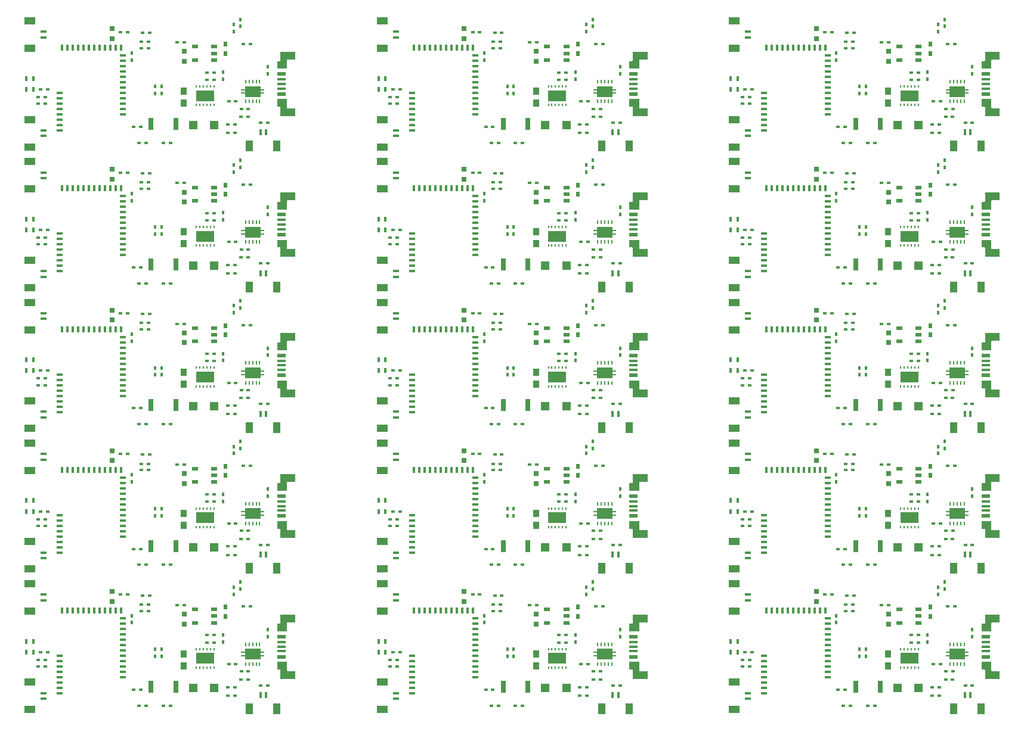
<source format=gtp>
G04*
G04 #@! TF.GenerationSoftware,Altium Limited,Altium Designer,19.0.14 (431)*
G04*
G04 Layer_Color=8421504*
%FSLAX44Y44*%
%MOMM*%
G71*
G01*
G75*
%ADD58R,0.4000X0.5000*%
%ADD59R,0.8000X1.7000*%
%ADD60R,0.5000X0.4000*%
%ADD61R,0.8000X0.7000*%
%ADD62R,2.6000X1.6000*%
%ADD63R,0.1500X0.4500*%
%ADD64R,0.4000X0.6500*%
%ADD65R,0.5500X0.5500*%
%ADD66R,1.2500X0.3000*%
%ADD67R,1.2500X0.5500*%
%ADD68R,1.1000X1.6000*%
%ADD69R,0.4000X0.9000*%
%ADD70R,0.9000X0.1500*%
%ADD71R,2.3000X1.5500*%
%ADD72R,0.1500X0.5000*%
%ADD73R,0.6000X0.8000*%
%ADD74R,0.9000X0.5000*%
%ADD75R,0.3100X0.8100*%
%ADD76R,0.8100X0.3100*%
%ADD77R,0.9000X1.0000*%
%ADD78R,1.2000X1.2000*%
%ADD79R,0.9000X0.4000*%
%ADD80R,1.6000X1.1000*%
G36*
X1392461Y934606D02*
X1381464D01*
X1381366Y934597D01*
X1381272Y934568D01*
X1381185Y934521D01*
X1381109Y934459D01*
X1381046Y934383D01*
X1381000Y934296D01*
X1380971Y934202D01*
X1380961Y934104D01*
Y921506D01*
X1366666D01*
Y932501D01*
X1371164D01*
X1371262Y932511D01*
X1371356Y932540D01*
X1371443Y932586D01*
X1371519Y932649D01*
X1371582Y932725D01*
X1371628Y932812D01*
X1371657Y932906D01*
X1371666Y933004D01*
Y945601D01*
X1392461D01*
Y934606D01*
D02*
G37*
G36*
X892461D02*
X881464D01*
X881366Y934597D01*
X881272Y934568D01*
X881185Y934521D01*
X881108Y934459D01*
X881046Y934383D01*
X881000Y934296D01*
X880971Y934202D01*
X880961Y934104D01*
Y921506D01*
X866666D01*
Y932501D01*
X871164D01*
X871262Y932511D01*
X871356Y932540D01*
X871443Y932586D01*
X871519Y932649D01*
X871581Y932725D01*
X871628Y932812D01*
X871656Y932906D01*
X871666Y933004D01*
Y945601D01*
X892461D01*
Y934606D01*
D02*
G37*
G36*
X392461D02*
X381464D01*
X381366Y934597D01*
X381272Y934568D01*
X381185Y934521D01*
X381109Y934459D01*
X381046Y934383D01*
X381000Y934296D01*
X380971Y934202D01*
X380961Y934104D01*
Y921506D01*
X366666D01*
Y932501D01*
X371164D01*
X371262Y932511D01*
X371356Y932540D01*
X371443Y932586D01*
X371519Y932649D01*
X371581Y932725D01*
X371628Y932812D01*
X371657Y932906D01*
X371666Y933004D01*
Y945601D01*
X392461D01*
Y934606D01*
D02*
G37*
G36*
X1380961Y865904D02*
X1380971Y865806D01*
X1381000Y865712D01*
X1381046Y865625D01*
X1381109Y865548D01*
X1381185Y865486D01*
X1381272Y865440D01*
X1381366Y865411D01*
X1381464Y865401D01*
X1392461Y865401D01*
Y854406D01*
X1371666Y854406D01*
Y867004D01*
X1371657Y867102D01*
X1371628Y867196D01*
X1371582Y867283D01*
X1371519Y867359D01*
X1371443Y867421D01*
X1371356Y867468D01*
X1371262Y867497D01*
X1371164Y867506D01*
X1366666D01*
Y878501D01*
X1380961D01*
Y865904D01*
D02*
G37*
G36*
X880961D02*
X880971Y865806D01*
X881000Y865712D01*
X881046Y865625D01*
X881108Y865548D01*
X881185Y865486D01*
X881272Y865440D01*
X881366Y865411D01*
X881464Y865401D01*
X892461Y865401D01*
Y854406D01*
X871666Y854406D01*
Y867004D01*
X871656Y867102D01*
X871628Y867196D01*
X871581Y867283D01*
X871519Y867359D01*
X871443Y867421D01*
X871356Y867468D01*
X871262Y867497D01*
X871164Y867506D01*
X866666D01*
Y878501D01*
X880961D01*
Y865904D01*
D02*
G37*
G36*
X380961D02*
X380971Y865806D01*
X381000Y865712D01*
X381046Y865625D01*
X381109Y865548D01*
X381185Y865486D01*
X381272Y865440D01*
X381366Y865411D01*
X381464Y865401D01*
X392461Y865401D01*
Y854406D01*
X371666Y854406D01*
Y867004D01*
X371657Y867102D01*
X371628Y867196D01*
X371581Y867283D01*
X371519Y867359D01*
X371443Y867421D01*
X371356Y867468D01*
X371262Y867497D01*
X371164Y867506D01*
X366666D01*
Y878501D01*
X380961D01*
Y865904D01*
D02*
G37*
G36*
X1392461Y734606D02*
X1381464D01*
X1381366Y734597D01*
X1381272Y734568D01*
X1381185Y734521D01*
X1381109Y734459D01*
X1381046Y734383D01*
X1381000Y734296D01*
X1380971Y734202D01*
X1380961Y734104D01*
Y721506D01*
X1366666D01*
Y732501D01*
X1371164D01*
X1371262Y732511D01*
X1371356Y732540D01*
X1371443Y732586D01*
X1371519Y732648D01*
X1371582Y732725D01*
X1371628Y732812D01*
X1371657Y732906D01*
X1371666Y733004D01*
Y745601D01*
X1392461D01*
Y734606D01*
D02*
G37*
G36*
X892461D02*
X881464D01*
X881366Y734597D01*
X881272Y734568D01*
X881185Y734521D01*
X881108Y734459D01*
X881046Y734383D01*
X881000Y734296D01*
X880971Y734202D01*
X880961Y734104D01*
Y721506D01*
X866666D01*
Y732501D01*
X871164D01*
X871262Y732511D01*
X871356Y732540D01*
X871443Y732586D01*
X871519Y732648D01*
X871581Y732725D01*
X871628Y732812D01*
X871656Y732906D01*
X871666Y733004D01*
Y745601D01*
X892461D01*
Y734606D01*
D02*
G37*
G36*
X392461D02*
X381464D01*
X381366Y734597D01*
X381272Y734568D01*
X381185Y734521D01*
X381109Y734459D01*
X381046Y734383D01*
X381000Y734296D01*
X380971Y734202D01*
X380961Y734104D01*
Y721506D01*
X366666D01*
Y732501D01*
X371164D01*
X371262Y732511D01*
X371356Y732540D01*
X371443Y732586D01*
X371519Y732648D01*
X371581Y732725D01*
X371628Y732812D01*
X371657Y732906D01*
X371666Y733004D01*
Y745601D01*
X392461D01*
Y734606D01*
D02*
G37*
G36*
X1380961Y665904D02*
X1380971Y665806D01*
X1381000Y665712D01*
X1381046Y665625D01*
X1381109Y665548D01*
X1381185Y665486D01*
X1381272Y665440D01*
X1381366Y665411D01*
X1381464Y665401D01*
X1392461Y665401D01*
Y654406D01*
X1371666Y654406D01*
Y667004D01*
X1371657Y667102D01*
X1371628Y667196D01*
X1371582Y667283D01*
X1371519Y667359D01*
X1371443Y667421D01*
X1371356Y667468D01*
X1371262Y667497D01*
X1371164Y667506D01*
X1366666D01*
Y678501D01*
X1380961D01*
Y665904D01*
D02*
G37*
G36*
X880961D02*
X880971Y665806D01*
X881000Y665712D01*
X881046Y665625D01*
X881108Y665548D01*
X881185Y665486D01*
X881272Y665440D01*
X881366Y665411D01*
X881464Y665401D01*
X892461Y665401D01*
Y654406D01*
X871666Y654406D01*
Y667004D01*
X871656Y667102D01*
X871628Y667196D01*
X871581Y667283D01*
X871519Y667359D01*
X871443Y667421D01*
X871356Y667468D01*
X871262Y667497D01*
X871164Y667506D01*
X866666D01*
Y678501D01*
X880961D01*
Y665904D01*
D02*
G37*
G36*
X380961D02*
X380971Y665806D01*
X381000Y665712D01*
X381046Y665625D01*
X381109Y665548D01*
X381185Y665486D01*
X381272Y665440D01*
X381366Y665411D01*
X381464Y665401D01*
X392461Y665401D01*
Y654406D01*
X371666Y654406D01*
Y667004D01*
X371657Y667102D01*
X371628Y667196D01*
X371581Y667283D01*
X371519Y667359D01*
X371443Y667421D01*
X371356Y667468D01*
X371262Y667497D01*
X371164Y667506D01*
X366666D01*
Y678501D01*
X380961D01*
Y665904D01*
D02*
G37*
G36*
X1392461Y534606D02*
X1381464D01*
X1381366Y534597D01*
X1381272Y534568D01*
X1381185Y534521D01*
X1381109Y534459D01*
X1381046Y534383D01*
X1381000Y534296D01*
X1380971Y534202D01*
X1380961Y534104D01*
Y521506D01*
X1366666D01*
Y532501D01*
X1371164D01*
X1371262Y532511D01*
X1371356Y532540D01*
X1371443Y532586D01*
X1371519Y532649D01*
X1371582Y532725D01*
X1371628Y532812D01*
X1371657Y532906D01*
X1371666Y533004D01*
Y545601D01*
X1392461D01*
Y534606D01*
D02*
G37*
G36*
X892461D02*
X881464D01*
X881366Y534597D01*
X881272Y534568D01*
X881185Y534521D01*
X881108Y534459D01*
X881046Y534383D01*
X881000Y534296D01*
X880971Y534202D01*
X880961Y534104D01*
Y521506D01*
X866666D01*
Y532501D01*
X871164D01*
X871262Y532511D01*
X871356Y532540D01*
X871443Y532586D01*
X871519Y532649D01*
X871581Y532725D01*
X871628Y532812D01*
X871656Y532906D01*
X871666Y533004D01*
Y545601D01*
X892461D01*
Y534606D01*
D02*
G37*
G36*
X392461D02*
X381464D01*
X381366Y534597D01*
X381272Y534568D01*
X381185Y534521D01*
X381109Y534459D01*
X381046Y534383D01*
X381000Y534296D01*
X380971Y534202D01*
X380961Y534104D01*
Y521506D01*
X366666D01*
Y532501D01*
X371164D01*
X371262Y532511D01*
X371356Y532540D01*
X371443Y532586D01*
X371519Y532649D01*
X371581Y532725D01*
X371628Y532812D01*
X371657Y532906D01*
X371666Y533004D01*
Y545601D01*
X392461D01*
Y534606D01*
D02*
G37*
G36*
X1380961Y465904D02*
X1380971Y465806D01*
X1381000Y465712D01*
X1381046Y465625D01*
X1381109Y465549D01*
X1381185Y465486D01*
X1381272Y465440D01*
X1381366Y465411D01*
X1381464Y465401D01*
X1392461Y465401D01*
Y454406D01*
X1371666Y454406D01*
Y467004D01*
X1371657Y467102D01*
X1371628Y467196D01*
X1371582Y467283D01*
X1371519Y467359D01*
X1371443Y467421D01*
X1371356Y467468D01*
X1371262Y467497D01*
X1371164Y467506D01*
X1366666D01*
Y478501D01*
X1380961D01*
Y465904D01*
D02*
G37*
G36*
X880961D02*
X880971Y465806D01*
X881000Y465712D01*
X881046Y465625D01*
X881108Y465549D01*
X881185Y465486D01*
X881272Y465440D01*
X881366Y465411D01*
X881464Y465401D01*
X892461Y465401D01*
Y454406D01*
X871666Y454406D01*
Y467004D01*
X871656Y467102D01*
X871628Y467196D01*
X871581Y467283D01*
X871519Y467359D01*
X871443Y467421D01*
X871356Y467468D01*
X871262Y467497D01*
X871164Y467506D01*
X866666D01*
Y478501D01*
X880961D01*
Y465904D01*
D02*
G37*
G36*
X380961D02*
X380971Y465806D01*
X381000Y465712D01*
X381046Y465625D01*
X381109Y465549D01*
X381185Y465486D01*
X381272Y465440D01*
X381366Y465411D01*
X381464Y465401D01*
X392461Y465401D01*
Y454406D01*
X371666Y454406D01*
Y467004D01*
X371657Y467102D01*
X371628Y467196D01*
X371581Y467283D01*
X371519Y467359D01*
X371443Y467421D01*
X371356Y467468D01*
X371262Y467497D01*
X371164Y467506D01*
X366666D01*
Y478501D01*
X380961D01*
Y465904D01*
D02*
G37*
G36*
X1392461Y334606D02*
X1381464D01*
X1381366Y334597D01*
X1381272Y334568D01*
X1381185Y334521D01*
X1381109Y334459D01*
X1381046Y334383D01*
X1381000Y334296D01*
X1380971Y334202D01*
X1380961Y334104D01*
Y321506D01*
X1366666D01*
Y332501D01*
X1371164D01*
X1371262Y332511D01*
X1371356Y332540D01*
X1371443Y332586D01*
X1371519Y332649D01*
X1371582Y332725D01*
X1371628Y332812D01*
X1371657Y332906D01*
X1371666Y333004D01*
Y345601D01*
X1392461D01*
Y334606D01*
D02*
G37*
G36*
X892461D02*
X881464D01*
X881366Y334597D01*
X881272Y334568D01*
X881185Y334521D01*
X881108Y334459D01*
X881046Y334383D01*
X881000Y334296D01*
X880971Y334202D01*
X880961Y334104D01*
Y321506D01*
X866666D01*
Y332501D01*
X871164D01*
X871262Y332511D01*
X871356Y332540D01*
X871443Y332586D01*
X871519Y332649D01*
X871581Y332725D01*
X871628Y332812D01*
X871656Y332906D01*
X871666Y333004D01*
Y345601D01*
X892461D01*
Y334606D01*
D02*
G37*
G36*
X392461D02*
X381464D01*
X381366Y334597D01*
X381272Y334568D01*
X381185Y334521D01*
X381109Y334459D01*
X381046Y334383D01*
X381000Y334296D01*
X380971Y334202D01*
X380961Y334104D01*
Y321506D01*
X366666D01*
Y332501D01*
X371164D01*
X371262Y332511D01*
X371356Y332540D01*
X371443Y332586D01*
X371519Y332649D01*
X371581Y332725D01*
X371628Y332812D01*
X371657Y332906D01*
X371666Y333004D01*
Y345601D01*
X392461D01*
Y334606D01*
D02*
G37*
G36*
X1380961Y265904D02*
X1380971Y265806D01*
X1381000Y265711D01*
X1381046Y265625D01*
X1381109Y265548D01*
X1381185Y265486D01*
X1381272Y265440D01*
X1381366Y265411D01*
X1381464Y265401D01*
X1392461Y265401D01*
Y254406D01*
X1371666Y254406D01*
Y267004D01*
X1371657Y267102D01*
X1371628Y267196D01*
X1371582Y267283D01*
X1371519Y267359D01*
X1371443Y267421D01*
X1371356Y267468D01*
X1371262Y267496D01*
X1371164Y267506D01*
X1366666D01*
Y278501D01*
X1380961D01*
Y265904D01*
D02*
G37*
G36*
X880961D02*
X880971Y265806D01*
X881000Y265711D01*
X881046Y265625D01*
X881108Y265548D01*
X881185Y265486D01*
X881272Y265440D01*
X881366Y265411D01*
X881464Y265401D01*
X892461Y265401D01*
Y254406D01*
X871666Y254406D01*
Y267004D01*
X871656Y267102D01*
X871628Y267196D01*
X871581Y267283D01*
X871519Y267359D01*
X871443Y267421D01*
X871356Y267468D01*
X871262Y267496D01*
X871164Y267506D01*
X866666D01*
Y278501D01*
X880961D01*
Y265904D01*
D02*
G37*
G36*
X380961D02*
X380971Y265806D01*
X381000Y265711D01*
X381046Y265625D01*
X381109Y265548D01*
X381185Y265486D01*
X381272Y265440D01*
X381366Y265411D01*
X381464Y265401D01*
X392461Y265401D01*
Y254406D01*
X371666Y254406D01*
Y267004D01*
X371657Y267102D01*
X371628Y267196D01*
X371581Y267283D01*
X371519Y267359D01*
X371443Y267421D01*
X371356Y267468D01*
X371262Y267496D01*
X371164Y267506D01*
X366666D01*
Y278501D01*
X380961D01*
Y265904D01*
D02*
G37*
G36*
X1392461Y134606D02*
X1381464D01*
X1381366Y134597D01*
X1381272Y134568D01*
X1381185Y134522D01*
X1381109Y134459D01*
X1381046Y134383D01*
X1381000Y134296D01*
X1380971Y134202D01*
X1380961Y134104D01*
Y121506D01*
X1366666D01*
Y132501D01*
X1371164D01*
X1371262Y132511D01*
X1371356Y132540D01*
X1371443Y132586D01*
X1371519Y132648D01*
X1371582Y132725D01*
X1371628Y132811D01*
X1371657Y132906D01*
X1371666Y133004D01*
Y145601D01*
X1392461D01*
Y134606D01*
D02*
G37*
G36*
X892461D02*
X881464D01*
X881366Y134597D01*
X881272Y134568D01*
X881185Y134522D01*
X881108Y134459D01*
X881046Y134383D01*
X881000Y134296D01*
X880971Y134202D01*
X880961Y134104D01*
Y121506D01*
X866666D01*
Y132501D01*
X871164D01*
X871262Y132511D01*
X871356Y132540D01*
X871443Y132586D01*
X871519Y132648D01*
X871581Y132725D01*
X871628Y132811D01*
X871656Y132906D01*
X871666Y133004D01*
Y145601D01*
X892461D01*
Y134606D01*
D02*
G37*
G36*
X392461D02*
X381464D01*
X381366Y134597D01*
X381272Y134568D01*
X381185Y134522D01*
X381109Y134459D01*
X381046Y134383D01*
X381000Y134296D01*
X380971Y134202D01*
X380961Y134104D01*
Y121506D01*
X366666D01*
Y132501D01*
X371164D01*
X371262Y132511D01*
X371356Y132540D01*
X371443Y132586D01*
X371519Y132648D01*
X371581Y132725D01*
X371628Y132811D01*
X371657Y132906D01*
X371666Y133004D01*
Y145601D01*
X392461D01*
Y134606D01*
D02*
G37*
G36*
X1380961Y65904D02*
X1380971Y65806D01*
X1381000Y65711D01*
X1381046Y65625D01*
X1381109Y65549D01*
X1381185Y65486D01*
X1381272Y65440D01*
X1381366Y65411D01*
X1381464Y65401D01*
X1392461Y65401D01*
Y54406D01*
X1371666Y54406D01*
Y67004D01*
X1371657Y67102D01*
X1371628Y67196D01*
X1371582Y67283D01*
X1371519Y67359D01*
X1371443Y67421D01*
X1371356Y67468D01*
X1371262Y67497D01*
X1371164Y67506D01*
X1366666D01*
Y78501D01*
X1380961D01*
Y65904D01*
D02*
G37*
G36*
X880961D02*
X880971Y65806D01*
X881000Y65711D01*
X881046Y65625D01*
X881108Y65549D01*
X881185Y65486D01*
X881272Y65440D01*
X881366Y65411D01*
X881464Y65401D01*
X892461Y65401D01*
Y54406D01*
X871666Y54406D01*
Y67004D01*
X871656Y67102D01*
X871628Y67196D01*
X871581Y67283D01*
X871519Y67359D01*
X871443Y67421D01*
X871356Y67468D01*
X871262Y67497D01*
X871164Y67506D01*
X866666D01*
Y78501D01*
X880961D01*
Y65904D01*
D02*
G37*
G36*
X380961D02*
X380971Y65806D01*
X381000Y65711D01*
X381046Y65625D01*
X381109Y65549D01*
X381185Y65486D01*
X381272Y65440D01*
X381366Y65411D01*
X381464Y65401D01*
X392461Y65401D01*
Y54406D01*
X371666Y54406D01*
Y67004D01*
X371657Y67102D01*
X371628Y67196D01*
X371581Y67283D01*
X371519Y67359D01*
X371443Y67421D01*
X371356Y67468D01*
X371262Y67497D01*
X371164Y67506D01*
X366666D01*
Y78501D01*
X380961D01*
Y65904D01*
D02*
G37*
D58*
X1314721Y181694D02*
D03*
Y191694D02*
D03*
X1305554Y184674D02*
D03*
Y174674D02*
D03*
X1193794Y96444D02*
D03*
Y86444D02*
D03*
X1202604Y96444D02*
D03*
Y86444D02*
D03*
X1160814Y144113D02*
D03*
Y134113D02*
D03*
X1353814Y114384D02*
D03*
Y124384D02*
D03*
X1290314Y106764D02*
D03*
Y116764D02*
D03*
X1314721Y381694D02*
D03*
Y391694D02*
D03*
X1305554Y384674D02*
D03*
Y374674D02*
D03*
X1193794Y296444D02*
D03*
Y286444D02*
D03*
X1202604Y296444D02*
D03*
Y286444D02*
D03*
X1160814Y344113D02*
D03*
Y334113D02*
D03*
X1353814Y314384D02*
D03*
Y324384D02*
D03*
X1290314Y306764D02*
D03*
Y316764D02*
D03*
X1314721Y581694D02*
D03*
Y591694D02*
D03*
X1305554Y584674D02*
D03*
Y574674D02*
D03*
X1193794Y496444D02*
D03*
Y486444D02*
D03*
X1202604Y496444D02*
D03*
Y486444D02*
D03*
X1160814Y544113D02*
D03*
Y534113D02*
D03*
X1353814Y514384D02*
D03*
Y524384D02*
D03*
X1290314Y506764D02*
D03*
Y516764D02*
D03*
X1314721Y781694D02*
D03*
Y791694D02*
D03*
X1305554Y784674D02*
D03*
Y774674D02*
D03*
X1193794Y696444D02*
D03*
Y686444D02*
D03*
X1202604Y696444D02*
D03*
Y686444D02*
D03*
X1160814Y744113D02*
D03*
Y734113D02*
D03*
X1353814Y714384D02*
D03*
Y724384D02*
D03*
X1290314Y706764D02*
D03*
Y716764D02*
D03*
X1314721Y981694D02*
D03*
Y991694D02*
D03*
X1305554Y984674D02*
D03*
Y974674D02*
D03*
X1193794Y896444D02*
D03*
Y886444D02*
D03*
X1202604Y896444D02*
D03*
Y886444D02*
D03*
X1160814Y944113D02*
D03*
Y934113D02*
D03*
X1353814Y914384D02*
D03*
Y924384D02*
D03*
X1290314Y906764D02*
D03*
Y916764D02*
D03*
X814721Y181694D02*
D03*
Y191694D02*
D03*
X805554Y184674D02*
D03*
Y174674D02*
D03*
X693794Y96444D02*
D03*
Y86444D02*
D03*
X702604Y96444D02*
D03*
Y86444D02*
D03*
X660814Y144113D02*
D03*
Y134113D02*
D03*
X853814Y114384D02*
D03*
Y124384D02*
D03*
X790314Y106764D02*
D03*
Y116764D02*
D03*
X814721Y381694D02*
D03*
Y391694D02*
D03*
X805554Y384674D02*
D03*
Y374674D02*
D03*
X693794Y296444D02*
D03*
Y286444D02*
D03*
X702604Y296444D02*
D03*
Y286444D02*
D03*
X660814Y344113D02*
D03*
Y334113D02*
D03*
X853814Y314384D02*
D03*
Y324384D02*
D03*
X790314Y306764D02*
D03*
Y316764D02*
D03*
X814721Y581694D02*
D03*
Y591694D02*
D03*
X805554Y584674D02*
D03*
Y574674D02*
D03*
X693794Y496444D02*
D03*
Y486444D02*
D03*
X702604Y496444D02*
D03*
Y486444D02*
D03*
X660814Y544113D02*
D03*
Y534113D02*
D03*
X853814Y514384D02*
D03*
Y524384D02*
D03*
X790314Y506764D02*
D03*
Y516764D02*
D03*
X814721Y781694D02*
D03*
Y791694D02*
D03*
X805554Y784674D02*
D03*
Y774674D02*
D03*
X693794Y696444D02*
D03*
Y686444D02*
D03*
X702604Y696444D02*
D03*
Y686444D02*
D03*
X660814Y744113D02*
D03*
Y734113D02*
D03*
X853814Y714384D02*
D03*
Y724384D02*
D03*
X790314Y706764D02*
D03*
Y716764D02*
D03*
X814721Y981694D02*
D03*
Y991694D02*
D03*
X805554Y984674D02*
D03*
Y974674D02*
D03*
X693794Y896444D02*
D03*
Y886444D02*
D03*
X702604Y896444D02*
D03*
Y886444D02*
D03*
X660814Y944113D02*
D03*
Y934113D02*
D03*
X853814Y914384D02*
D03*
Y924384D02*
D03*
X790314Y906764D02*
D03*
Y916764D02*
D03*
X314721Y181694D02*
D03*
Y191694D02*
D03*
X305554Y184674D02*
D03*
Y174674D02*
D03*
X193794Y96444D02*
D03*
Y86444D02*
D03*
X202604Y96444D02*
D03*
Y86444D02*
D03*
X160814Y144113D02*
D03*
Y134113D02*
D03*
X353814Y114384D02*
D03*
Y124384D02*
D03*
X290314Y106764D02*
D03*
Y116764D02*
D03*
X314721Y381694D02*
D03*
Y391694D02*
D03*
X305554Y384674D02*
D03*
Y374674D02*
D03*
X193794Y296444D02*
D03*
Y286444D02*
D03*
X202604Y296444D02*
D03*
Y286444D02*
D03*
X160814Y344113D02*
D03*
Y334113D02*
D03*
X353814Y314384D02*
D03*
Y324384D02*
D03*
X290314Y306764D02*
D03*
Y316764D02*
D03*
X314721Y581694D02*
D03*
Y591694D02*
D03*
X305554Y584674D02*
D03*
Y574674D02*
D03*
X193794Y496444D02*
D03*
Y486444D02*
D03*
X202604Y496444D02*
D03*
Y486444D02*
D03*
X160814Y544113D02*
D03*
Y534113D02*
D03*
X353814Y514384D02*
D03*
Y524384D02*
D03*
X290314Y506764D02*
D03*
Y516764D02*
D03*
X314721Y781694D02*
D03*
Y791694D02*
D03*
X305554Y784674D02*
D03*
Y774674D02*
D03*
X193794Y696444D02*
D03*
Y686444D02*
D03*
X202604Y696444D02*
D03*
Y686444D02*
D03*
X160814Y744113D02*
D03*
Y734113D02*
D03*
X353814Y714384D02*
D03*
Y724384D02*
D03*
X290314Y706764D02*
D03*
Y716764D02*
D03*
X314721Y981694D02*
D03*
Y991694D02*
D03*
X305554Y984674D02*
D03*
Y974674D02*
D03*
X193794Y896444D02*
D03*
Y886444D02*
D03*
X202604Y896444D02*
D03*
Y886444D02*
D03*
X160814Y944113D02*
D03*
Y934113D02*
D03*
X353814Y914384D02*
D03*
Y924384D02*
D03*
X290314Y906764D02*
D03*
Y916764D02*
D03*
D59*
X1223004Y43184D02*
D03*
X1188004D02*
D03*
X1223004Y243184D02*
D03*
X1188004D02*
D03*
X1223004Y443184D02*
D03*
X1188004D02*
D03*
X1223004Y643184D02*
D03*
X1188004D02*
D03*
X1223004Y843184D02*
D03*
X1188004D02*
D03*
X723004Y43184D02*
D03*
X688004D02*
D03*
X723004Y243184D02*
D03*
X688004D02*
D03*
X723004Y443184D02*
D03*
X688004D02*
D03*
X723004Y643184D02*
D03*
X688004D02*
D03*
X723004Y843184D02*
D03*
X688004D02*
D03*
X223004Y43184D02*
D03*
X188004D02*
D03*
X223004Y243184D02*
D03*
X188004D02*
D03*
X223004Y443184D02*
D03*
X188004D02*
D03*
X223004Y643184D02*
D03*
X188004D02*
D03*
X223004Y843184D02*
D03*
X188004D02*
D03*
D60*
X1154484Y173994D02*
D03*
X1144484D02*
D03*
X1215304Y16404D02*
D03*
X1205304D02*
D03*
X1170854D02*
D03*
X1180854D02*
D03*
X1027424Y81284D02*
D03*
X1037424D02*
D03*
X1027424Y71804D02*
D03*
X1037424D02*
D03*
X1296744Y42503D02*
D03*
X1306744D02*
D03*
X1296736Y30534D02*
D03*
X1306736D02*
D03*
X1315794Y53344D02*
D03*
X1325794D02*
D03*
X1325964Y64774D02*
D03*
X1315964D02*
D03*
X1266944Y116384D02*
D03*
X1276944D02*
D03*
X1328964Y157024D02*
D03*
X1318964D02*
D03*
X1175714Y172924D02*
D03*
X1185714D02*
D03*
X1173854Y160024D02*
D03*
X1183854D02*
D03*
X1163014Y39004D02*
D03*
X1173014D02*
D03*
X1173854Y151004D02*
D03*
X1183854D02*
D03*
X1235042Y158963D02*
D03*
X1225042D02*
D03*
X1343734Y45003D02*
D03*
X1353734D02*
D03*
X1031114Y92254D02*
D03*
X1041114D02*
D03*
X1266944Y106003D02*
D03*
X1276944D02*
D03*
X1298195Y75304D02*
D03*
X1308195D02*
D03*
X1154484Y373994D02*
D03*
X1144484D02*
D03*
X1215304Y216404D02*
D03*
X1205304D02*
D03*
X1170854D02*
D03*
X1180854D02*
D03*
X1027424Y281284D02*
D03*
X1037424D02*
D03*
X1027424Y271804D02*
D03*
X1037424D02*
D03*
X1296744Y242503D02*
D03*
X1306744D02*
D03*
X1296736Y230534D02*
D03*
X1306736D02*
D03*
X1315794Y253344D02*
D03*
X1325794D02*
D03*
X1325964Y264774D02*
D03*
X1315964D02*
D03*
X1266944Y316384D02*
D03*
X1276944D02*
D03*
X1328964Y357024D02*
D03*
X1318964D02*
D03*
X1175714Y372924D02*
D03*
X1185714D02*
D03*
X1173854Y360024D02*
D03*
X1183854D02*
D03*
X1163014Y239004D02*
D03*
X1173014D02*
D03*
X1173854Y351004D02*
D03*
X1183854D02*
D03*
X1235042Y358963D02*
D03*
X1225042D02*
D03*
X1343734Y245003D02*
D03*
X1353734D02*
D03*
X1031114Y292254D02*
D03*
X1041114D02*
D03*
X1266944Y306003D02*
D03*
X1276944D02*
D03*
X1298195Y275304D02*
D03*
X1308195D02*
D03*
X1154484Y573994D02*
D03*
X1144484D02*
D03*
X1215304Y416404D02*
D03*
X1205304D02*
D03*
X1170854D02*
D03*
X1180854D02*
D03*
X1027424Y481284D02*
D03*
X1037424D02*
D03*
X1027424Y471804D02*
D03*
X1037424D02*
D03*
X1296744Y442503D02*
D03*
X1306744D02*
D03*
X1296736Y430534D02*
D03*
X1306736D02*
D03*
X1315794Y453344D02*
D03*
X1325794D02*
D03*
X1325964Y464774D02*
D03*
X1315964D02*
D03*
X1266944Y516384D02*
D03*
X1276944D02*
D03*
X1328964Y557024D02*
D03*
X1318964D02*
D03*
X1175714Y572924D02*
D03*
X1185714D02*
D03*
X1173854Y560024D02*
D03*
X1183854D02*
D03*
X1163014Y439004D02*
D03*
X1173014D02*
D03*
X1173854Y551004D02*
D03*
X1183854D02*
D03*
X1235042Y558963D02*
D03*
X1225042D02*
D03*
X1343734Y445003D02*
D03*
X1353734D02*
D03*
X1031114Y492254D02*
D03*
X1041114D02*
D03*
X1266944Y506003D02*
D03*
X1276944D02*
D03*
X1298195Y475304D02*
D03*
X1308195D02*
D03*
X1154484Y773994D02*
D03*
X1144484D02*
D03*
X1215304Y616404D02*
D03*
X1205304D02*
D03*
X1170854D02*
D03*
X1180854D02*
D03*
X1027424Y681284D02*
D03*
X1037424D02*
D03*
X1027424Y671804D02*
D03*
X1037424D02*
D03*
X1296744Y642503D02*
D03*
X1306744D02*
D03*
X1296736Y630534D02*
D03*
X1306736D02*
D03*
X1315794Y653344D02*
D03*
X1325794D02*
D03*
X1325964Y664774D02*
D03*
X1315964D02*
D03*
X1266944Y716384D02*
D03*
X1276944D02*
D03*
X1328964Y757024D02*
D03*
X1318964D02*
D03*
X1175714Y772924D02*
D03*
X1185714D02*
D03*
X1173854Y760024D02*
D03*
X1183854D02*
D03*
X1163014Y639004D02*
D03*
X1173014D02*
D03*
X1173854Y751004D02*
D03*
X1183854D02*
D03*
X1235042Y758963D02*
D03*
X1225042D02*
D03*
X1343734Y645003D02*
D03*
X1353734D02*
D03*
X1031114Y692254D02*
D03*
X1041114D02*
D03*
X1266944Y706003D02*
D03*
X1276944D02*
D03*
X1298195Y675304D02*
D03*
X1308195D02*
D03*
X1154484Y973994D02*
D03*
X1144484D02*
D03*
X1215304Y816404D02*
D03*
X1205304D02*
D03*
X1170854D02*
D03*
X1180854D02*
D03*
X1027424Y881284D02*
D03*
X1037424D02*
D03*
X1027424Y871804D02*
D03*
X1037424D02*
D03*
X1296744Y842503D02*
D03*
X1306744D02*
D03*
X1296736Y830534D02*
D03*
X1306736D02*
D03*
X1315794Y853344D02*
D03*
X1325794D02*
D03*
X1325964Y864774D02*
D03*
X1315964D02*
D03*
X1266944Y916384D02*
D03*
X1276944D02*
D03*
X1328964Y957024D02*
D03*
X1318964D02*
D03*
X1175714Y972924D02*
D03*
X1185714D02*
D03*
X1173854Y960024D02*
D03*
X1183854D02*
D03*
X1163014Y839004D02*
D03*
X1173014D02*
D03*
X1173854Y951004D02*
D03*
X1183854D02*
D03*
X1235042Y958963D02*
D03*
X1225042D02*
D03*
X1343734Y845003D02*
D03*
X1353734D02*
D03*
X1031114Y892254D02*
D03*
X1041114D02*
D03*
X1266944Y906003D02*
D03*
X1276944D02*
D03*
X1298195Y875304D02*
D03*
X1308195D02*
D03*
X654484Y173994D02*
D03*
X644484D02*
D03*
X715304Y16404D02*
D03*
X705304D02*
D03*
X670854D02*
D03*
X680854D02*
D03*
X527424Y81284D02*
D03*
X537424D02*
D03*
X527424Y71804D02*
D03*
X537424D02*
D03*
X796744Y42503D02*
D03*
X806744D02*
D03*
X796736Y30534D02*
D03*
X806736D02*
D03*
X815794Y53344D02*
D03*
X825794D02*
D03*
X825964Y64774D02*
D03*
X815964D02*
D03*
X766944Y116384D02*
D03*
X776944D02*
D03*
X828964Y157024D02*
D03*
X818964D02*
D03*
X675714Y172924D02*
D03*
X685714D02*
D03*
X673854Y160024D02*
D03*
X683854D02*
D03*
X663014Y39004D02*
D03*
X673014D02*
D03*
X673854Y151004D02*
D03*
X683854D02*
D03*
X735042Y158963D02*
D03*
X725042D02*
D03*
X843734Y45003D02*
D03*
X853734D02*
D03*
X531114Y92254D02*
D03*
X541114D02*
D03*
X766944Y106003D02*
D03*
X776944D02*
D03*
X798195Y75304D02*
D03*
X808195D02*
D03*
X654484Y373994D02*
D03*
X644484D02*
D03*
X715304Y216404D02*
D03*
X705304D02*
D03*
X670854D02*
D03*
X680854D02*
D03*
X527424Y281284D02*
D03*
X537424D02*
D03*
X527424Y271804D02*
D03*
X537424D02*
D03*
X796744Y242503D02*
D03*
X806744D02*
D03*
X796736Y230534D02*
D03*
X806736D02*
D03*
X815794Y253344D02*
D03*
X825794D02*
D03*
X825964Y264774D02*
D03*
X815964D02*
D03*
X766944Y316384D02*
D03*
X776944D02*
D03*
X828964Y357024D02*
D03*
X818964D02*
D03*
X675714Y372924D02*
D03*
X685714D02*
D03*
X673854Y360024D02*
D03*
X683854D02*
D03*
X663014Y239004D02*
D03*
X673014D02*
D03*
X673854Y351004D02*
D03*
X683854D02*
D03*
X735042Y358963D02*
D03*
X725042D02*
D03*
X843734Y245003D02*
D03*
X853734D02*
D03*
X531114Y292254D02*
D03*
X541114D02*
D03*
X766944Y306003D02*
D03*
X776944D02*
D03*
X798195Y275304D02*
D03*
X808195D02*
D03*
X654484Y573994D02*
D03*
X644484D02*
D03*
X715304Y416404D02*
D03*
X705304D02*
D03*
X670854D02*
D03*
X680854D02*
D03*
X527424Y481284D02*
D03*
X537424D02*
D03*
X527424Y471804D02*
D03*
X537424D02*
D03*
X796744Y442503D02*
D03*
X806744D02*
D03*
X796736Y430534D02*
D03*
X806736D02*
D03*
X815794Y453344D02*
D03*
X825794D02*
D03*
X825964Y464774D02*
D03*
X815964D02*
D03*
X766944Y516384D02*
D03*
X776944D02*
D03*
X828964Y557024D02*
D03*
X818964D02*
D03*
X675714Y572924D02*
D03*
X685714D02*
D03*
X673854Y560024D02*
D03*
X683854D02*
D03*
X663014Y439004D02*
D03*
X673014D02*
D03*
X673854Y551004D02*
D03*
X683854D02*
D03*
X735042Y558963D02*
D03*
X725042D02*
D03*
X843734Y445003D02*
D03*
X853734D02*
D03*
X531114Y492254D02*
D03*
X541114D02*
D03*
X766944Y506003D02*
D03*
X776944D02*
D03*
X798195Y475304D02*
D03*
X808195D02*
D03*
X654484Y773994D02*
D03*
X644484D02*
D03*
X715304Y616404D02*
D03*
X705304D02*
D03*
X670854D02*
D03*
X680854D02*
D03*
X527424Y681284D02*
D03*
X537424D02*
D03*
X527424Y671804D02*
D03*
X537424D02*
D03*
X796744Y642503D02*
D03*
X806744D02*
D03*
X796736Y630534D02*
D03*
X806736D02*
D03*
X815794Y653344D02*
D03*
X825794D02*
D03*
X825964Y664774D02*
D03*
X815964D02*
D03*
X766944Y716384D02*
D03*
X776944D02*
D03*
X828964Y757024D02*
D03*
X818964D02*
D03*
X675714Y772924D02*
D03*
X685714D02*
D03*
X673854Y760024D02*
D03*
X683854D02*
D03*
X663014Y639004D02*
D03*
X673014D02*
D03*
X673854Y751004D02*
D03*
X683854D02*
D03*
X735042Y758963D02*
D03*
X725042D02*
D03*
X843734Y645003D02*
D03*
X853734D02*
D03*
X531114Y692254D02*
D03*
X541114D02*
D03*
X766944Y706003D02*
D03*
X776944D02*
D03*
X798195Y675304D02*
D03*
X808195D02*
D03*
X654484Y973994D02*
D03*
X644484D02*
D03*
X715304Y816404D02*
D03*
X705304D02*
D03*
X670854D02*
D03*
X680854D02*
D03*
X527424Y881284D02*
D03*
X537424D02*
D03*
X527424Y871804D02*
D03*
X537424D02*
D03*
X796744Y842503D02*
D03*
X806744D02*
D03*
X796736Y830534D02*
D03*
X806736D02*
D03*
X815794Y853344D02*
D03*
X825794D02*
D03*
X825964Y864774D02*
D03*
X815964D02*
D03*
X766944Y916384D02*
D03*
X776944D02*
D03*
X828964Y957024D02*
D03*
X818964D02*
D03*
X675714Y972924D02*
D03*
X685714D02*
D03*
X673854Y960024D02*
D03*
X683854D02*
D03*
X663014Y839004D02*
D03*
X673014D02*
D03*
X673854Y951004D02*
D03*
X683854D02*
D03*
X735042Y958963D02*
D03*
X725042D02*
D03*
X843734Y845003D02*
D03*
X853734D02*
D03*
X531114Y892254D02*
D03*
X541114D02*
D03*
X766944Y906003D02*
D03*
X776944D02*
D03*
X798195Y875304D02*
D03*
X808195D02*
D03*
X154484Y173994D02*
D03*
X144484D02*
D03*
X215304Y16404D02*
D03*
X205304D02*
D03*
X170854D02*
D03*
X180854D02*
D03*
X27424Y81284D02*
D03*
X37424D02*
D03*
X27424Y71804D02*
D03*
X37424D02*
D03*
X296744Y42503D02*
D03*
X306744D02*
D03*
X296736Y30534D02*
D03*
X306736D02*
D03*
X315794Y53344D02*
D03*
X325794D02*
D03*
X325964Y64774D02*
D03*
X315964D02*
D03*
X266944Y116384D02*
D03*
X276944D02*
D03*
X328964Y157024D02*
D03*
X318964D02*
D03*
X175714Y172924D02*
D03*
X185714D02*
D03*
X173854Y160024D02*
D03*
X183854D02*
D03*
X163014Y39004D02*
D03*
X173014D02*
D03*
X173854Y151004D02*
D03*
X183854D02*
D03*
X235042Y158963D02*
D03*
X225042D02*
D03*
X343734Y45003D02*
D03*
X353734D02*
D03*
X31114Y92254D02*
D03*
X41114D02*
D03*
X266944Y106003D02*
D03*
X276944D02*
D03*
X298195Y75304D02*
D03*
X308195D02*
D03*
X154484Y373994D02*
D03*
X144484D02*
D03*
X215304Y216404D02*
D03*
X205304D02*
D03*
X170854D02*
D03*
X180854D02*
D03*
X27424Y281284D02*
D03*
X37424D02*
D03*
X27424Y271804D02*
D03*
X37424D02*
D03*
X296744Y242503D02*
D03*
X306744D02*
D03*
X296736Y230534D02*
D03*
X306736D02*
D03*
X315794Y253344D02*
D03*
X325794D02*
D03*
X325964Y264774D02*
D03*
X315964D02*
D03*
X266944Y316384D02*
D03*
X276944D02*
D03*
X328964Y357024D02*
D03*
X318964D02*
D03*
X175714Y372924D02*
D03*
X185714D02*
D03*
X173854Y360024D02*
D03*
X183854D02*
D03*
X163014Y239004D02*
D03*
X173014D02*
D03*
X173854Y351004D02*
D03*
X183854D02*
D03*
X235042Y358963D02*
D03*
X225042D02*
D03*
X343734Y245003D02*
D03*
X353734D02*
D03*
X31114Y292254D02*
D03*
X41114D02*
D03*
X266944Y306003D02*
D03*
X276944D02*
D03*
X298195Y275304D02*
D03*
X308195D02*
D03*
X154484Y573994D02*
D03*
X144484D02*
D03*
X215304Y416404D02*
D03*
X205304D02*
D03*
X170854D02*
D03*
X180854D02*
D03*
X27424Y481284D02*
D03*
X37424D02*
D03*
X27424Y471804D02*
D03*
X37424D02*
D03*
X296744Y442503D02*
D03*
X306744D02*
D03*
X296736Y430534D02*
D03*
X306736D02*
D03*
X315794Y453344D02*
D03*
X325794D02*
D03*
X325964Y464774D02*
D03*
X315964D02*
D03*
X266944Y516384D02*
D03*
X276944D02*
D03*
X328964Y557024D02*
D03*
X318964D02*
D03*
X175714Y572924D02*
D03*
X185714D02*
D03*
X173854Y560024D02*
D03*
X183854D02*
D03*
X163014Y439004D02*
D03*
X173014D02*
D03*
X173854Y551004D02*
D03*
X183854D02*
D03*
X235042Y558963D02*
D03*
X225042D02*
D03*
X343734Y445003D02*
D03*
X353734D02*
D03*
X31114Y492254D02*
D03*
X41114D02*
D03*
X266944Y506003D02*
D03*
X276944D02*
D03*
X298195Y475304D02*
D03*
X308195D02*
D03*
X154484Y773994D02*
D03*
X144484D02*
D03*
X215304Y616404D02*
D03*
X205304D02*
D03*
X170854D02*
D03*
X180854D02*
D03*
X27424Y681284D02*
D03*
X37424D02*
D03*
X27424Y671804D02*
D03*
X37424D02*
D03*
X296744Y642503D02*
D03*
X306744D02*
D03*
X296736Y630534D02*
D03*
X306736D02*
D03*
X315794Y653344D02*
D03*
X325794D02*
D03*
X325964Y664774D02*
D03*
X315964D02*
D03*
X266944Y716384D02*
D03*
X276944D02*
D03*
X328964Y757024D02*
D03*
X318964D02*
D03*
X175714Y772924D02*
D03*
X185714D02*
D03*
X173854Y760024D02*
D03*
X183854D02*
D03*
X163014Y639004D02*
D03*
X173014D02*
D03*
X173854Y751004D02*
D03*
X183854D02*
D03*
X235042Y758963D02*
D03*
X225042D02*
D03*
X343734Y645003D02*
D03*
X353734D02*
D03*
X31114Y692254D02*
D03*
X41114D02*
D03*
X266944Y706003D02*
D03*
X276944D02*
D03*
X298195Y675304D02*
D03*
X308195D02*
D03*
X154484Y973994D02*
D03*
X144484D02*
D03*
X215304Y816404D02*
D03*
X205304D02*
D03*
X170854D02*
D03*
X180854D02*
D03*
X27424Y881284D02*
D03*
X37424D02*
D03*
X27424Y871804D02*
D03*
X37424D02*
D03*
X296744Y842503D02*
D03*
X306744D02*
D03*
X296736Y830534D02*
D03*
X306736D02*
D03*
X315794Y853344D02*
D03*
X325794D02*
D03*
X325964Y864774D02*
D03*
X315964D02*
D03*
X266944Y916384D02*
D03*
X276944D02*
D03*
X328964Y957024D02*
D03*
X318964D02*
D03*
X175714Y972924D02*
D03*
X185714D02*
D03*
X173854Y960024D02*
D03*
X183854D02*
D03*
X163014Y839004D02*
D03*
X173014D02*
D03*
X173854Y951004D02*
D03*
X183854D02*
D03*
X235042Y958963D02*
D03*
X225042D02*
D03*
X343734Y845003D02*
D03*
X353734D02*
D03*
X31114Y892254D02*
D03*
X41114D02*
D03*
X266944Y906003D02*
D03*
X276944D02*
D03*
X298195Y875304D02*
D03*
X308195D02*
D03*
D61*
X1132383Y178454D02*
D03*
Y164454D02*
D03*
X1234792Y146113D02*
D03*
Y132113D02*
D03*
X1132383Y378454D02*
D03*
Y364454D02*
D03*
X1234792Y346113D02*
D03*
Y332113D02*
D03*
X1132383Y578454D02*
D03*
Y564454D02*
D03*
X1234792Y546113D02*
D03*
Y532113D02*
D03*
X1132383Y778454D02*
D03*
Y764454D02*
D03*
X1234792Y746113D02*
D03*
Y732113D02*
D03*
X1132383Y978454D02*
D03*
Y964454D02*
D03*
X1234792Y946113D02*
D03*
Y932113D02*
D03*
X632383Y178454D02*
D03*
Y164454D02*
D03*
X734792Y146113D02*
D03*
Y132113D02*
D03*
X632383Y378454D02*
D03*
Y364454D02*
D03*
X734792Y346113D02*
D03*
Y332113D02*
D03*
X632383Y578454D02*
D03*
Y564454D02*
D03*
X734792Y546113D02*
D03*
Y532113D02*
D03*
X632383Y778454D02*
D03*
Y764454D02*
D03*
X734792Y746113D02*
D03*
Y732113D02*
D03*
X632383Y978454D02*
D03*
Y964454D02*
D03*
X734792Y946113D02*
D03*
Y932113D02*
D03*
X132383Y178454D02*
D03*
Y164454D02*
D03*
X234792Y146113D02*
D03*
Y132113D02*
D03*
X132383Y378454D02*
D03*
Y364454D02*
D03*
X234792Y346113D02*
D03*
Y332113D02*
D03*
X132383Y578454D02*
D03*
Y564454D02*
D03*
X234792Y546113D02*
D03*
Y532113D02*
D03*
X132383Y778454D02*
D03*
Y764454D02*
D03*
X234792Y746113D02*
D03*
Y732113D02*
D03*
X132383Y978454D02*
D03*
Y964454D02*
D03*
X234792Y946113D02*
D03*
Y932113D02*
D03*
D62*
X1264444Y83363D02*
D03*
Y283363D02*
D03*
Y483363D02*
D03*
Y683363D02*
D03*
Y883363D02*
D03*
X764444Y83363D02*
D03*
Y283363D02*
D03*
Y483363D02*
D03*
Y683363D02*
D03*
Y883363D02*
D03*
X264444Y83363D02*
D03*
Y283363D02*
D03*
Y483363D02*
D03*
Y683363D02*
D03*
Y883363D02*
D03*
D63*
X1251944Y70063D02*
D03*
X1256944D02*
D03*
X1261944D02*
D03*
X1266944D02*
D03*
X1271944D02*
D03*
X1276944D02*
D03*
X1251944Y96663D02*
D03*
X1256944D02*
D03*
X1261944D02*
D03*
X1266944D02*
D03*
X1271944D02*
D03*
X1276944D02*
D03*
X1251944Y270063D02*
D03*
X1256944D02*
D03*
X1261944D02*
D03*
X1266944D02*
D03*
X1271944D02*
D03*
X1276944D02*
D03*
X1251944Y296663D02*
D03*
X1256944D02*
D03*
X1261944D02*
D03*
X1266944D02*
D03*
X1271944D02*
D03*
X1276944D02*
D03*
X1251944Y470063D02*
D03*
X1256944D02*
D03*
X1261944D02*
D03*
X1266944D02*
D03*
X1271944D02*
D03*
X1276944D02*
D03*
X1251944Y496663D02*
D03*
X1256944D02*
D03*
X1261944D02*
D03*
X1266944D02*
D03*
X1271944D02*
D03*
X1276944D02*
D03*
X1251944Y670063D02*
D03*
X1256944D02*
D03*
X1261944D02*
D03*
X1266944D02*
D03*
X1271944D02*
D03*
X1276944D02*
D03*
X1251944Y696663D02*
D03*
X1256944D02*
D03*
X1261944D02*
D03*
X1266944D02*
D03*
X1271944D02*
D03*
X1276944D02*
D03*
X1251944Y870063D02*
D03*
X1256944D02*
D03*
X1261944D02*
D03*
X1266944D02*
D03*
X1271944D02*
D03*
X1276944D02*
D03*
X1251944Y896663D02*
D03*
X1256944D02*
D03*
X1261944D02*
D03*
X1266944D02*
D03*
X1271944D02*
D03*
X1276944D02*
D03*
X751944Y70063D02*
D03*
X756944D02*
D03*
X761944D02*
D03*
X766944D02*
D03*
X771944D02*
D03*
X776944D02*
D03*
X751944Y96663D02*
D03*
X756944D02*
D03*
X761944D02*
D03*
X766944D02*
D03*
X771944D02*
D03*
X776944D02*
D03*
X751944Y270063D02*
D03*
X756944D02*
D03*
X761944D02*
D03*
X766944D02*
D03*
X771944D02*
D03*
X776944D02*
D03*
X751944Y296663D02*
D03*
X756944D02*
D03*
X761944D02*
D03*
X766944D02*
D03*
X771944D02*
D03*
X776944D02*
D03*
X751944Y470063D02*
D03*
X756944D02*
D03*
X761944D02*
D03*
X766944D02*
D03*
X771944D02*
D03*
X776944D02*
D03*
X751944Y496663D02*
D03*
X756944D02*
D03*
X761944D02*
D03*
X766944D02*
D03*
X771944D02*
D03*
X776944D02*
D03*
X751944Y670063D02*
D03*
X756944D02*
D03*
X761944D02*
D03*
X766944D02*
D03*
X771944D02*
D03*
X776944D02*
D03*
X751944Y696663D02*
D03*
X756944D02*
D03*
X761944D02*
D03*
X766944D02*
D03*
X771944D02*
D03*
X776944D02*
D03*
X751944Y870063D02*
D03*
X756944D02*
D03*
X761944D02*
D03*
X766944D02*
D03*
X771944D02*
D03*
X776944D02*
D03*
X751944Y896663D02*
D03*
X756944D02*
D03*
X761944D02*
D03*
X766944D02*
D03*
X771944D02*
D03*
X776944D02*
D03*
X251944Y70063D02*
D03*
X256944D02*
D03*
X261944D02*
D03*
X266944D02*
D03*
X271944D02*
D03*
X276944D02*
D03*
X251944Y96663D02*
D03*
X256944D02*
D03*
X261944D02*
D03*
X266944D02*
D03*
X271944D02*
D03*
X276944D02*
D03*
X251944Y270063D02*
D03*
X256944D02*
D03*
X261944D02*
D03*
X266944D02*
D03*
X271944D02*
D03*
X276944D02*
D03*
X251944Y296663D02*
D03*
X256944D02*
D03*
X261944D02*
D03*
X266944D02*
D03*
X271944D02*
D03*
X276944D02*
D03*
X251944Y470063D02*
D03*
X256944D02*
D03*
X261944D02*
D03*
X266944D02*
D03*
X271944D02*
D03*
X276944D02*
D03*
X251944Y496663D02*
D03*
X256944D02*
D03*
X261944D02*
D03*
X266944D02*
D03*
X271944D02*
D03*
X276944D02*
D03*
X251944Y670063D02*
D03*
X256944D02*
D03*
X261944D02*
D03*
X266944D02*
D03*
X271944D02*
D03*
X276944D02*
D03*
X251944Y696663D02*
D03*
X256944D02*
D03*
X261944D02*
D03*
X266944D02*
D03*
X271944D02*
D03*
X276944D02*
D03*
X251944Y870063D02*
D03*
X256944D02*
D03*
X261944D02*
D03*
X266944D02*
D03*
X271944D02*
D03*
X276944D02*
D03*
X251944Y896663D02*
D03*
X256944D02*
D03*
X261944D02*
D03*
X266944D02*
D03*
X271944D02*
D03*
X276944D02*
D03*
D64*
X1010754Y107754D02*
D03*
X1020754D02*
D03*
X1010754Y92254D02*
D03*
X1020754D02*
D03*
X1010754Y307754D02*
D03*
X1020754D02*
D03*
X1010754Y292254D02*
D03*
X1020754D02*
D03*
X1010754Y507754D02*
D03*
X1020754D02*
D03*
X1010754Y492254D02*
D03*
X1020754D02*
D03*
X1010754Y707754D02*
D03*
X1020754D02*
D03*
X1010754Y692254D02*
D03*
X1020754D02*
D03*
X1010754Y907754D02*
D03*
X1020754D02*
D03*
X1010754Y892254D02*
D03*
X1020754D02*
D03*
X510754Y107754D02*
D03*
X520754D02*
D03*
X510754Y92254D02*
D03*
X520754D02*
D03*
X510754Y307754D02*
D03*
X520754D02*
D03*
X510754Y292254D02*
D03*
X520754D02*
D03*
X510754Y507754D02*
D03*
X520754D02*
D03*
X510754Y492254D02*
D03*
X520754D02*
D03*
X510754Y707754D02*
D03*
X520754D02*
D03*
X510754Y692254D02*
D03*
X520754D02*
D03*
X510754Y907754D02*
D03*
X520754D02*
D03*
X510754Y892254D02*
D03*
X520754D02*
D03*
X10754Y107754D02*
D03*
X20754D02*
D03*
X10754Y92254D02*
D03*
X20754D02*
D03*
X10754Y307754D02*
D03*
X20754D02*
D03*
X10754Y292254D02*
D03*
X20754D02*
D03*
X10754Y507754D02*
D03*
X20754D02*
D03*
X10754Y492254D02*
D03*
X20754D02*
D03*
X10754Y707754D02*
D03*
X20754D02*
D03*
X10754Y692254D02*
D03*
X20754D02*
D03*
X10754Y907754D02*
D03*
X20754D02*
D03*
X10754Y892254D02*
D03*
X20754D02*
D03*
D65*
X1373364Y126404D02*
D03*
X1372364Y73004D02*
D03*
X1373364Y326404D02*
D03*
X1372364Y273004D02*
D03*
X1373364Y526404D02*
D03*
X1372364Y473004D02*
D03*
X1373364Y726404D02*
D03*
X1372364Y673004D02*
D03*
X1373364Y926404D02*
D03*
X1372364Y873004D02*
D03*
X873364Y126404D02*
D03*
X872364Y73004D02*
D03*
X873364Y326404D02*
D03*
X872364Y273004D02*
D03*
X873364Y526404D02*
D03*
X872364Y473004D02*
D03*
X873364Y726404D02*
D03*
X872364Y673004D02*
D03*
X873364Y926404D02*
D03*
X872364Y873004D02*
D03*
X373364Y126404D02*
D03*
X372364Y73004D02*
D03*
X373364Y326404D02*
D03*
X372364Y273004D02*
D03*
X373364Y526404D02*
D03*
X372364Y473004D02*
D03*
X373364Y726404D02*
D03*
X372364Y673004D02*
D03*
X373364Y926404D02*
D03*
X372364Y873004D02*
D03*
D66*
X1372864Y100004D02*
D03*
Y106504D02*
D03*
Y93504D02*
D03*
Y300004D02*
D03*
Y306504D02*
D03*
Y293504D02*
D03*
Y500004D02*
D03*
Y506504D02*
D03*
Y493504D02*
D03*
Y700004D02*
D03*
Y706504D02*
D03*
Y693504D02*
D03*
Y900004D02*
D03*
Y906504D02*
D03*
Y893504D02*
D03*
X872864Y100004D02*
D03*
Y106504D02*
D03*
Y93504D02*
D03*
Y300004D02*
D03*
Y306504D02*
D03*
Y293504D02*
D03*
Y500004D02*
D03*
Y506504D02*
D03*
Y493504D02*
D03*
Y700004D02*
D03*
Y706504D02*
D03*
Y693504D02*
D03*
Y900004D02*
D03*
Y906504D02*
D03*
Y893504D02*
D03*
X372864Y100004D02*
D03*
Y106504D02*
D03*
Y93504D02*
D03*
Y300004D02*
D03*
Y306504D02*
D03*
Y293504D02*
D03*
Y500004D02*
D03*
Y506504D02*
D03*
Y493504D02*
D03*
Y700004D02*
D03*
Y706504D02*
D03*
Y693504D02*
D03*
Y900004D02*
D03*
Y906504D02*
D03*
Y893504D02*
D03*
D67*
X1372864Y114254D02*
D03*
Y85754D02*
D03*
Y314254D02*
D03*
Y285754D02*
D03*
Y514254D02*
D03*
Y485754D02*
D03*
Y714254D02*
D03*
Y685754D02*
D03*
Y914254D02*
D03*
Y885754D02*
D03*
X872864Y114254D02*
D03*
Y85754D02*
D03*
Y314254D02*
D03*
Y285754D02*
D03*
Y514254D02*
D03*
Y485754D02*
D03*
Y714254D02*
D03*
Y685754D02*
D03*
Y914254D02*
D03*
Y885754D02*
D03*
X372864Y114254D02*
D03*
Y85754D02*
D03*
Y314254D02*
D03*
Y285754D02*
D03*
Y514254D02*
D03*
Y485754D02*
D03*
Y714254D02*
D03*
Y685754D02*
D03*
Y914254D02*
D03*
Y885754D02*
D03*
D68*
X1366504Y11534D02*
D03*
X1327504D02*
D03*
X1366504Y211534D02*
D03*
X1327504D02*
D03*
X1366504Y411534D02*
D03*
X1327504D02*
D03*
X1366504Y611534D02*
D03*
X1327504D02*
D03*
X1366504Y811534D02*
D03*
X1327504D02*
D03*
X866504Y11534D02*
D03*
X827504D02*
D03*
X866504Y211534D02*
D03*
X827504D02*
D03*
X866504Y411534D02*
D03*
X827504D02*
D03*
X866504Y611534D02*
D03*
X827504D02*
D03*
X866504Y811534D02*
D03*
X827504D02*
D03*
X366504Y11534D02*
D03*
X327504D02*
D03*
X366504Y211534D02*
D03*
X327504D02*
D03*
X366504Y411534D02*
D03*
X327504D02*
D03*
X366504Y611534D02*
D03*
X327504D02*
D03*
X366504Y811534D02*
D03*
X327504D02*
D03*
D69*
X1351004Y31034D02*
D03*
X1343004D02*
D03*
X1351004Y231034D02*
D03*
X1343004D02*
D03*
X1351004Y431034D02*
D03*
X1343004D02*
D03*
X1351004Y631034D02*
D03*
X1343004D02*
D03*
X1351004Y831034D02*
D03*
X1343004D02*
D03*
X851004Y31034D02*
D03*
X843004D02*
D03*
X851004Y231034D02*
D03*
X843004D02*
D03*
X851004Y431034D02*
D03*
X843004D02*
D03*
X851004Y631034D02*
D03*
X843004D02*
D03*
X851004Y831034D02*
D03*
X843004D02*
D03*
X351004Y31034D02*
D03*
X343004D02*
D03*
X351004Y231034D02*
D03*
X343004D02*
D03*
X351004Y431034D02*
D03*
X343004D02*
D03*
X351004Y631034D02*
D03*
X343004D02*
D03*
X351004Y831034D02*
D03*
X343004D02*
D03*
D70*
X1320064Y91804D02*
D03*
Y86804D02*
D03*
X1344064D02*
D03*
Y91804D02*
D03*
X1320064Y291804D02*
D03*
Y286804D02*
D03*
X1344064D02*
D03*
Y291804D02*
D03*
X1320064Y491804D02*
D03*
Y486804D02*
D03*
X1344064D02*
D03*
Y491804D02*
D03*
X1320064Y691804D02*
D03*
Y686804D02*
D03*
X1344064D02*
D03*
Y691804D02*
D03*
X1320064Y891804D02*
D03*
Y886804D02*
D03*
X1344064D02*
D03*
Y891804D02*
D03*
X820064Y91804D02*
D03*
Y86804D02*
D03*
X844064D02*
D03*
Y91804D02*
D03*
X820064Y291804D02*
D03*
Y286804D02*
D03*
X844064D02*
D03*
Y291804D02*
D03*
X820064Y491804D02*
D03*
Y486804D02*
D03*
X844064D02*
D03*
Y491804D02*
D03*
X820064Y691804D02*
D03*
Y686804D02*
D03*
X844064D02*
D03*
Y691804D02*
D03*
X820064Y891804D02*
D03*
Y886804D02*
D03*
X844064D02*
D03*
Y891804D02*
D03*
X320064Y91804D02*
D03*
Y86804D02*
D03*
X344064D02*
D03*
Y91804D02*
D03*
X320064Y291804D02*
D03*
Y286804D02*
D03*
X344064D02*
D03*
Y291804D02*
D03*
X320064Y491804D02*
D03*
Y486804D02*
D03*
X344064D02*
D03*
Y491804D02*
D03*
X320064Y691804D02*
D03*
Y686804D02*
D03*
X344064D02*
D03*
Y691804D02*
D03*
X320064Y891804D02*
D03*
Y886804D02*
D03*
X344064D02*
D03*
Y891804D02*
D03*
D71*
X1332064Y89304D02*
D03*
Y289304D02*
D03*
Y489304D02*
D03*
Y689304D02*
D03*
Y889304D02*
D03*
X832064Y89304D02*
D03*
Y289304D02*
D03*
Y489304D02*
D03*
Y689304D02*
D03*
Y889304D02*
D03*
X332064Y89304D02*
D03*
Y289304D02*
D03*
Y489304D02*
D03*
Y689304D02*
D03*
Y889304D02*
D03*
D72*
X1322064Y75304D02*
D03*
X1327064D02*
D03*
X1332064D02*
D03*
X1337064D02*
D03*
X1342064D02*
D03*
X1322064Y103304D02*
D03*
X1327064D02*
D03*
X1332064D02*
D03*
X1337064D02*
D03*
X1342064D02*
D03*
X1322064Y275304D02*
D03*
X1327064D02*
D03*
X1332064D02*
D03*
X1337064D02*
D03*
X1342064D02*
D03*
X1322064Y303304D02*
D03*
X1327064D02*
D03*
X1332064D02*
D03*
X1337064D02*
D03*
X1342064D02*
D03*
X1322064Y475304D02*
D03*
X1327064D02*
D03*
X1332064D02*
D03*
X1337064D02*
D03*
X1342064D02*
D03*
X1322064Y503304D02*
D03*
X1327064D02*
D03*
X1332064D02*
D03*
X1337064D02*
D03*
X1342064D02*
D03*
X1322064Y675304D02*
D03*
X1327064D02*
D03*
X1332064D02*
D03*
X1337064D02*
D03*
X1342064D02*
D03*
X1322064Y703304D02*
D03*
X1327064D02*
D03*
X1332064D02*
D03*
X1337064D02*
D03*
X1342064D02*
D03*
X1322064Y875304D02*
D03*
X1327064D02*
D03*
X1332064D02*
D03*
X1337064D02*
D03*
X1342064D02*
D03*
X1322064Y903304D02*
D03*
X1327064D02*
D03*
X1332064D02*
D03*
X1337064D02*
D03*
X1342064D02*
D03*
X822064Y75304D02*
D03*
X827064D02*
D03*
X832064D02*
D03*
X837064D02*
D03*
X842064D02*
D03*
X822064Y103304D02*
D03*
X827064D02*
D03*
X832064D02*
D03*
X837064D02*
D03*
X842064D02*
D03*
X822064Y275304D02*
D03*
X827064D02*
D03*
X832064D02*
D03*
X837064D02*
D03*
X842064D02*
D03*
X822064Y303304D02*
D03*
X827064D02*
D03*
X832064D02*
D03*
X837064D02*
D03*
X842064D02*
D03*
X822064Y475304D02*
D03*
X827064D02*
D03*
X832064D02*
D03*
X837064D02*
D03*
X842064D02*
D03*
X822064Y503304D02*
D03*
X827064D02*
D03*
X832064D02*
D03*
X837064D02*
D03*
X842064D02*
D03*
X822064Y675304D02*
D03*
X827064D02*
D03*
X832064D02*
D03*
X837064D02*
D03*
X842064D02*
D03*
X822064Y703304D02*
D03*
X827064D02*
D03*
X832064D02*
D03*
X837064D02*
D03*
X842064D02*
D03*
X822064Y875304D02*
D03*
X827064D02*
D03*
X832064D02*
D03*
X837064D02*
D03*
X842064D02*
D03*
X822064Y903304D02*
D03*
X827064D02*
D03*
X832064D02*
D03*
X837064D02*
D03*
X842064D02*
D03*
X322064Y75304D02*
D03*
X327064D02*
D03*
X332064D02*
D03*
X337064D02*
D03*
X342064D02*
D03*
X322064Y103304D02*
D03*
X327064D02*
D03*
X332064D02*
D03*
X337064D02*
D03*
X342064D02*
D03*
X322064Y275304D02*
D03*
X327064D02*
D03*
X332064D02*
D03*
X337064D02*
D03*
X342064D02*
D03*
X322064Y303304D02*
D03*
X327064D02*
D03*
X332064D02*
D03*
X337064D02*
D03*
X342064D02*
D03*
X322064Y475304D02*
D03*
X327064D02*
D03*
X332064D02*
D03*
X337064D02*
D03*
X342064D02*
D03*
X322064Y503304D02*
D03*
X327064D02*
D03*
X332064D02*
D03*
X337064D02*
D03*
X342064D02*
D03*
X322064Y675304D02*
D03*
X327064D02*
D03*
X332064D02*
D03*
X337064D02*
D03*
X342064D02*
D03*
X322064Y703304D02*
D03*
X327064D02*
D03*
X332064D02*
D03*
X337064D02*
D03*
X342064D02*
D03*
X322064Y875304D02*
D03*
X327064D02*
D03*
X332064D02*
D03*
X337064D02*
D03*
X342064D02*
D03*
X322064Y903304D02*
D03*
X327064D02*
D03*
X332064D02*
D03*
X337064D02*
D03*
X342064D02*
D03*
D73*
X1293814Y156364D02*
D03*
Y143364D02*
D03*
Y356364D02*
D03*
Y343364D02*
D03*
Y556364D02*
D03*
Y543364D02*
D03*
Y756364D02*
D03*
Y743364D02*
D03*
Y956364D02*
D03*
Y943364D02*
D03*
X793814Y156364D02*
D03*
Y143364D02*
D03*
Y356364D02*
D03*
Y343364D02*
D03*
Y556364D02*
D03*
Y543364D02*
D03*
Y756364D02*
D03*
Y743364D02*
D03*
Y956364D02*
D03*
Y943364D02*
D03*
X293814Y156364D02*
D03*
Y143364D02*
D03*
Y356364D02*
D03*
Y343364D02*
D03*
Y556364D02*
D03*
Y543364D02*
D03*
Y756364D02*
D03*
Y743364D02*
D03*
Y956364D02*
D03*
Y943364D02*
D03*
D74*
X1249894Y134014D02*
D03*
Y153014D02*
D03*
X1277394D02*
D03*
Y143514D02*
D03*
Y134014D02*
D03*
X1249894Y334014D02*
D03*
Y353014D02*
D03*
X1277394D02*
D03*
Y343514D02*
D03*
Y334014D02*
D03*
X1249894Y534014D02*
D03*
Y553014D02*
D03*
X1277394D02*
D03*
Y543514D02*
D03*
Y534014D02*
D03*
X1249894Y734014D02*
D03*
Y753014D02*
D03*
X1277394D02*
D03*
Y743514D02*
D03*
Y734014D02*
D03*
X1249894Y934014D02*
D03*
Y953014D02*
D03*
X1277394D02*
D03*
Y943514D02*
D03*
Y934014D02*
D03*
X749894Y134014D02*
D03*
Y153014D02*
D03*
X777394D02*
D03*
Y143514D02*
D03*
Y134014D02*
D03*
X749894Y334014D02*
D03*
Y353014D02*
D03*
X777394D02*
D03*
Y343514D02*
D03*
Y334014D02*
D03*
X749894Y534014D02*
D03*
Y553014D02*
D03*
X777394D02*
D03*
Y543514D02*
D03*
Y534014D02*
D03*
X749894Y734014D02*
D03*
Y753014D02*
D03*
X777394D02*
D03*
Y743514D02*
D03*
Y734014D02*
D03*
X749894Y934014D02*
D03*
Y953014D02*
D03*
X777394D02*
D03*
Y943514D02*
D03*
Y934014D02*
D03*
X249894Y134014D02*
D03*
Y153014D02*
D03*
X277394D02*
D03*
Y143514D02*
D03*
Y134014D02*
D03*
X249894Y334014D02*
D03*
Y353014D02*
D03*
X277394D02*
D03*
Y343514D02*
D03*
Y334014D02*
D03*
X249894Y534014D02*
D03*
Y553014D02*
D03*
X277394D02*
D03*
Y543514D02*
D03*
Y534014D02*
D03*
X249894Y734014D02*
D03*
Y753014D02*
D03*
X277394D02*
D03*
Y743514D02*
D03*
Y734014D02*
D03*
X249894Y934014D02*
D03*
Y953014D02*
D03*
X277394D02*
D03*
Y943514D02*
D03*
Y934014D02*
D03*
D75*
X1084154Y151404D02*
D03*
X1076554D02*
D03*
X1061354D02*
D03*
X1068954D02*
D03*
X1099454D02*
D03*
X1091854D02*
D03*
X1107054D02*
D03*
X1114554D02*
D03*
X1144954D02*
D03*
X1137454D02*
D03*
X1122254D02*
D03*
X1129854D02*
D03*
X1084154Y351404D02*
D03*
X1076554D02*
D03*
X1061354D02*
D03*
X1068954D02*
D03*
X1099454D02*
D03*
X1091854D02*
D03*
X1107054D02*
D03*
X1114554D02*
D03*
X1144954D02*
D03*
X1137454D02*
D03*
X1122254D02*
D03*
X1129854D02*
D03*
X1084154Y551404D02*
D03*
X1076554D02*
D03*
X1061354D02*
D03*
X1068954D02*
D03*
X1099454D02*
D03*
X1091854D02*
D03*
X1107054D02*
D03*
X1114554D02*
D03*
X1144954D02*
D03*
X1137454D02*
D03*
X1122254D02*
D03*
X1129854D02*
D03*
X1084154Y751404D02*
D03*
X1076554D02*
D03*
X1061354D02*
D03*
X1068954D02*
D03*
X1099454D02*
D03*
X1091854D02*
D03*
X1107054D02*
D03*
X1114554D02*
D03*
X1144954D02*
D03*
X1137454D02*
D03*
X1122254D02*
D03*
X1129854D02*
D03*
X1084154Y951404D02*
D03*
X1076554D02*
D03*
X1061354D02*
D03*
X1068954D02*
D03*
X1099454D02*
D03*
X1091854D02*
D03*
X1107054D02*
D03*
X1114554D02*
D03*
X1144954D02*
D03*
X1137454D02*
D03*
X1122254D02*
D03*
X1129854D02*
D03*
X584154Y151404D02*
D03*
X576554D02*
D03*
X561354D02*
D03*
X568954D02*
D03*
X599454D02*
D03*
X591854D02*
D03*
X607054D02*
D03*
X614554D02*
D03*
X644954D02*
D03*
X637454D02*
D03*
X622254D02*
D03*
X629854D02*
D03*
X584154Y351404D02*
D03*
X576554D02*
D03*
X561354D02*
D03*
X568954D02*
D03*
X599454D02*
D03*
X591854D02*
D03*
X607054D02*
D03*
X614554D02*
D03*
X644954D02*
D03*
X637454D02*
D03*
X622254D02*
D03*
X629854D02*
D03*
X584154Y551404D02*
D03*
X576554D02*
D03*
X561354D02*
D03*
X568954D02*
D03*
X599454D02*
D03*
X591854D02*
D03*
X607054D02*
D03*
X614554D02*
D03*
X644954D02*
D03*
X637454D02*
D03*
X622254D02*
D03*
X629854D02*
D03*
X584154Y751404D02*
D03*
X576554D02*
D03*
X561354D02*
D03*
X568954D02*
D03*
X599454D02*
D03*
X591854D02*
D03*
X607054D02*
D03*
X614554D02*
D03*
X644954D02*
D03*
X637454D02*
D03*
X622254D02*
D03*
X629854D02*
D03*
X584154Y951404D02*
D03*
X576554D02*
D03*
X561354D02*
D03*
X568954D02*
D03*
X599454D02*
D03*
X591854D02*
D03*
X607054D02*
D03*
X614554D02*
D03*
X644954D02*
D03*
X637454D02*
D03*
X622254D02*
D03*
X629854D02*
D03*
X84154Y151404D02*
D03*
X76554D02*
D03*
X61354D02*
D03*
X68954D02*
D03*
X99454D02*
D03*
X91854D02*
D03*
X107054D02*
D03*
X114554D02*
D03*
X144954D02*
D03*
X137454D02*
D03*
X122254D02*
D03*
X129854D02*
D03*
X84154Y351404D02*
D03*
X76554D02*
D03*
X61354D02*
D03*
X68954D02*
D03*
X99454D02*
D03*
X91854D02*
D03*
X107054D02*
D03*
X114554D02*
D03*
X144954D02*
D03*
X137454D02*
D03*
X122254D02*
D03*
X129854D02*
D03*
X84154Y551404D02*
D03*
X76554D02*
D03*
X61354D02*
D03*
X68954D02*
D03*
X99454D02*
D03*
X91854D02*
D03*
X107054D02*
D03*
X114554D02*
D03*
X144954D02*
D03*
X137454D02*
D03*
X122254D02*
D03*
X129854D02*
D03*
X84154Y751404D02*
D03*
X76554D02*
D03*
X61354D02*
D03*
X68954D02*
D03*
X99454D02*
D03*
X91854D02*
D03*
X107054D02*
D03*
X114554D02*
D03*
X144954D02*
D03*
X137454D02*
D03*
X122254D02*
D03*
X129854D02*
D03*
X84154Y951404D02*
D03*
X76554D02*
D03*
X61354D02*
D03*
X68954D02*
D03*
X99454D02*
D03*
X91854D02*
D03*
X107054D02*
D03*
X114554D02*
D03*
X144954D02*
D03*
X137454D02*
D03*
X122254D02*
D03*
X129854D02*
D03*
D76*
X1058354Y33704D02*
D03*
Y41304D02*
D03*
Y56604D02*
D03*
Y48904D02*
D03*
Y79404D02*
D03*
Y87004D02*
D03*
Y71804D02*
D03*
Y64204D02*
D03*
X1148154Y125104D02*
D03*
Y117504D02*
D03*
Y132804D02*
D03*
Y140404D02*
D03*
Y109904D02*
D03*
Y102304D02*
D03*
Y87004D02*
D03*
Y94704D02*
D03*
Y64204D02*
D03*
Y56604D02*
D03*
Y71804D02*
D03*
Y79404D02*
D03*
X1058354Y233704D02*
D03*
Y241304D02*
D03*
Y256604D02*
D03*
Y248904D02*
D03*
Y279404D02*
D03*
Y287004D02*
D03*
Y271804D02*
D03*
Y264204D02*
D03*
X1148154Y325104D02*
D03*
Y317504D02*
D03*
Y332804D02*
D03*
Y340404D02*
D03*
Y309904D02*
D03*
Y302304D02*
D03*
Y287004D02*
D03*
Y294704D02*
D03*
Y264204D02*
D03*
Y256604D02*
D03*
Y271804D02*
D03*
Y279404D02*
D03*
X1058354Y433704D02*
D03*
Y441304D02*
D03*
Y456604D02*
D03*
Y448904D02*
D03*
Y479404D02*
D03*
Y487004D02*
D03*
Y471804D02*
D03*
Y464204D02*
D03*
X1148154Y525104D02*
D03*
Y517504D02*
D03*
Y532804D02*
D03*
Y540404D02*
D03*
Y509904D02*
D03*
Y502304D02*
D03*
Y487004D02*
D03*
Y494704D02*
D03*
Y464204D02*
D03*
Y456604D02*
D03*
Y471804D02*
D03*
Y479404D02*
D03*
X1058354Y633704D02*
D03*
Y641304D02*
D03*
Y656604D02*
D03*
Y648904D02*
D03*
Y679404D02*
D03*
Y687004D02*
D03*
Y671804D02*
D03*
Y664204D02*
D03*
X1148154Y725104D02*
D03*
Y717504D02*
D03*
Y732804D02*
D03*
Y740404D02*
D03*
Y709904D02*
D03*
Y702304D02*
D03*
Y687004D02*
D03*
Y694704D02*
D03*
Y664204D02*
D03*
Y656604D02*
D03*
Y671804D02*
D03*
Y679404D02*
D03*
X1058354Y833704D02*
D03*
Y841304D02*
D03*
Y856604D02*
D03*
Y848904D02*
D03*
Y879404D02*
D03*
Y887004D02*
D03*
Y871804D02*
D03*
Y864204D02*
D03*
X1148154Y925104D02*
D03*
Y917504D02*
D03*
Y932804D02*
D03*
Y940404D02*
D03*
Y909904D02*
D03*
Y902304D02*
D03*
Y887004D02*
D03*
Y894704D02*
D03*
Y864204D02*
D03*
Y856604D02*
D03*
Y871804D02*
D03*
Y879404D02*
D03*
X558354Y33704D02*
D03*
Y41304D02*
D03*
Y56604D02*
D03*
Y48904D02*
D03*
Y79404D02*
D03*
Y87004D02*
D03*
Y71804D02*
D03*
Y64204D02*
D03*
X648154Y125104D02*
D03*
Y117504D02*
D03*
Y132804D02*
D03*
Y140404D02*
D03*
Y109904D02*
D03*
Y102304D02*
D03*
Y87004D02*
D03*
Y94704D02*
D03*
Y64204D02*
D03*
Y56604D02*
D03*
Y71804D02*
D03*
Y79404D02*
D03*
X558354Y233704D02*
D03*
Y241304D02*
D03*
Y256604D02*
D03*
Y248904D02*
D03*
Y279404D02*
D03*
Y287004D02*
D03*
Y271804D02*
D03*
Y264204D02*
D03*
X648154Y325104D02*
D03*
Y317504D02*
D03*
Y332804D02*
D03*
Y340404D02*
D03*
Y309904D02*
D03*
Y302304D02*
D03*
Y287004D02*
D03*
Y294704D02*
D03*
Y264204D02*
D03*
Y256604D02*
D03*
Y271804D02*
D03*
Y279404D02*
D03*
X558354Y433704D02*
D03*
Y441304D02*
D03*
Y456604D02*
D03*
Y448904D02*
D03*
Y479404D02*
D03*
Y487004D02*
D03*
Y471804D02*
D03*
Y464204D02*
D03*
X648154Y525104D02*
D03*
Y517504D02*
D03*
Y532804D02*
D03*
Y540404D02*
D03*
Y509904D02*
D03*
Y502304D02*
D03*
Y487004D02*
D03*
Y494704D02*
D03*
Y464204D02*
D03*
Y456604D02*
D03*
Y471804D02*
D03*
Y479404D02*
D03*
X558354Y633704D02*
D03*
Y641304D02*
D03*
Y656604D02*
D03*
Y648904D02*
D03*
Y679404D02*
D03*
Y687004D02*
D03*
Y671804D02*
D03*
Y664204D02*
D03*
X648154Y725104D02*
D03*
Y717504D02*
D03*
Y732804D02*
D03*
Y740404D02*
D03*
Y709904D02*
D03*
Y702304D02*
D03*
Y687004D02*
D03*
Y694704D02*
D03*
Y664204D02*
D03*
Y656604D02*
D03*
Y671804D02*
D03*
Y679404D02*
D03*
X558354Y833704D02*
D03*
Y841304D02*
D03*
Y856604D02*
D03*
Y848904D02*
D03*
Y879404D02*
D03*
Y887004D02*
D03*
Y871804D02*
D03*
Y864204D02*
D03*
X648154Y925104D02*
D03*
Y917504D02*
D03*
Y932804D02*
D03*
Y940404D02*
D03*
Y909904D02*
D03*
Y902304D02*
D03*
Y887004D02*
D03*
Y894704D02*
D03*
Y864204D02*
D03*
Y856604D02*
D03*
Y871804D02*
D03*
Y879404D02*
D03*
X58354Y33704D02*
D03*
Y41304D02*
D03*
Y56604D02*
D03*
Y48904D02*
D03*
Y79404D02*
D03*
Y87004D02*
D03*
Y71804D02*
D03*
Y64204D02*
D03*
X148154Y125104D02*
D03*
Y117504D02*
D03*
Y132804D02*
D03*
Y140404D02*
D03*
Y109904D02*
D03*
Y102304D02*
D03*
Y87004D02*
D03*
Y94704D02*
D03*
Y64204D02*
D03*
Y56604D02*
D03*
Y71804D02*
D03*
Y79404D02*
D03*
X58354Y233704D02*
D03*
Y241304D02*
D03*
Y256604D02*
D03*
Y248904D02*
D03*
Y279404D02*
D03*
Y287004D02*
D03*
Y271804D02*
D03*
Y264204D02*
D03*
X148154Y325104D02*
D03*
Y317504D02*
D03*
Y332804D02*
D03*
Y340404D02*
D03*
Y309904D02*
D03*
Y302304D02*
D03*
Y287004D02*
D03*
Y294704D02*
D03*
Y264204D02*
D03*
Y256604D02*
D03*
Y271804D02*
D03*
Y279404D02*
D03*
X58354Y433704D02*
D03*
Y441304D02*
D03*
Y456604D02*
D03*
Y448904D02*
D03*
Y479404D02*
D03*
Y487004D02*
D03*
Y471804D02*
D03*
Y464204D02*
D03*
X148154Y525104D02*
D03*
Y517504D02*
D03*
Y532804D02*
D03*
Y540404D02*
D03*
Y509904D02*
D03*
Y502304D02*
D03*
Y487004D02*
D03*
Y494704D02*
D03*
Y464204D02*
D03*
Y456604D02*
D03*
Y471804D02*
D03*
Y479404D02*
D03*
X58354Y633704D02*
D03*
Y641304D02*
D03*
Y656604D02*
D03*
Y648904D02*
D03*
Y679404D02*
D03*
Y687004D02*
D03*
Y671804D02*
D03*
Y664204D02*
D03*
X148154Y725104D02*
D03*
Y717504D02*
D03*
Y732804D02*
D03*
Y740404D02*
D03*
Y709904D02*
D03*
Y702304D02*
D03*
Y687004D02*
D03*
Y694704D02*
D03*
Y664204D02*
D03*
Y656604D02*
D03*
Y671804D02*
D03*
Y679404D02*
D03*
X58354Y833704D02*
D03*
Y841304D02*
D03*
Y856604D02*
D03*
Y848904D02*
D03*
Y879404D02*
D03*
Y887004D02*
D03*
Y871804D02*
D03*
Y864204D02*
D03*
X148154Y925104D02*
D03*
Y917504D02*
D03*
Y932804D02*
D03*
Y940404D02*
D03*
Y909904D02*
D03*
Y902304D02*
D03*
Y887004D02*
D03*
Y894704D02*
D03*
Y864204D02*
D03*
Y856604D02*
D03*
Y871804D02*
D03*
Y879404D02*
D03*
D77*
X1234434Y89784D02*
D03*
Y72784D02*
D03*
Y289784D02*
D03*
Y272784D02*
D03*
Y489784D02*
D03*
Y472784D02*
D03*
Y689784D02*
D03*
Y672784D02*
D03*
Y889784D02*
D03*
Y872784D02*
D03*
X734434Y89784D02*
D03*
Y72784D02*
D03*
Y289784D02*
D03*
Y272784D02*
D03*
Y489784D02*
D03*
Y472784D02*
D03*
Y689784D02*
D03*
Y672784D02*
D03*
Y889784D02*
D03*
Y872784D02*
D03*
X234434Y89784D02*
D03*
Y72784D02*
D03*
Y289784D02*
D03*
Y272784D02*
D03*
Y489784D02*
D03*
Y472784D02*
D03*
Y689784D02*
D03*
Y672784D02*
D03*
Y889784D02*
D03*
Y872784D02*
D03*
D78*
X1277365Y41503D02*
D03*
X1247383D02*
D03*
X1277365Y241503D02*
D03*
X1247383D02*
D03*
X1277365Y441503D02*
D03*
X1247383D02*
D03*
X1277365Y641503D02*
D03*
X1247383D02*
D03*
X1277365Y841503D02*
D03*
X1247383D02*
D03*
X777365Y41503D02*
D03*
X747383D02*
D03*
X777365Y241503D02*
D03*
X747383D02*
D03*
X777365Y441503D02*
D03*
X747383D02*
D03*
X777365Y641503D02*
D03*
X747383D02*
D03*
X777365Y841503D02*
D03*
X747383D02*
D03*
X277365Y41503D02*
D03*
X247383D02*
D03*
X277365Y241503D02*
D03*
X247383D02*
D03*
X277365Y441503D02*
D03*
X247383D02*
D03*
X277365Y641503D02*
D03*
X247383D02*
D03*
X277365Y841503D02*
D03*
X247383D02*
D03*
D79*
X1035504Y174004D02*
D03*
Y166004D02*
D03*
Y34004D02*
D03*
Y26004D02*
D03*
Y374004D02*
D03*
Y366004D02*
D03*
Y234004D02*
D03*
Y226004D02*
D03*
Y574004D02*
D03*
Y566004D02*
D03*
Y434004D02*
D03*
Y426004D02*
D03*
Y774004D02*
D03*
Y766004D02*
D03*
Y634004D02*
D03*
Y626004D02*
D03*
Y974004D02*
D03*
Y966004D02*
D03*
Y834004D02*
D03*
Y826004D02*
D03*
X535504Y174004D02*
D03*
Y166004D02*
D03*
Y34004D02*
D03*
Y26004D02*
D03*
Y374004D02*
D03*
Y366004D02*
D03*
Y234004D02*
D03*
Y226004D02*
D03*
Y574004D02*
D03*
Y566004D02*
D03*
Y434004D02*
D03*
Y426004D02*
D03*
Y774004D02*
D03*
Y766004D02*
D03*
Y634004D02*
D03*
Y626004D02*
D03*
Y974004D02*
D03*
Y966004D02*
D03*
Y834004D02*
D03*
Y826004D02*
D03*
X35504Y174004D02*
D03*
Y166004D02*
D03*
Y34004D02*
D03*
Y26004D02*
D03*
Y374004D02*
D03*
Y366004D02*
D03*
Y234004D02*
D03*
Y226004D02*
D03*
Y574004D02*
D03*
Y566004D02*
D03*
Y434004D02*
D03*
Y426004D02*
D03*
Y774004D02*
D03*
Y766004D02*
D03*
Y634004D02*
D03*
Y626004D02*
D03*
Y974004D02*
D03*
Y966004D02*
D03*
Y834004D02*
D03*
Y826004D02*
D03*
D80*
X1016004Y189504D02*
D03*
Y150504D02*
D03*
Y49504D02*
D03*
Y10504D02*
D03*
Y389504D02*
D03*
Y350504D02*
D03*
Y249504D02*
D03*
Y210504D02*
D03*
Y589504D02*
D03*
Y550504D02*
D03*
Y449504D02*
D03*
Y410504D02*
D03*
Y789504D02*
D03*
Y750504D02*
D03*
Y649504D02*
D03*
Y610504D02*
D03*
Y989504D02*
D03*
Y950504D02*
D03*
Y849504D02*
D03*
Y810504D02*
D03*
X516004Y189504D02*
D03*
Y150504D02*
D03*
Y49504D02*
D03*
Y10504D02*
D03*
Y389504D02*
D03*
Y350504D02*
D03*
Y249504D02*
D03*
Y210504D02*
D03*
Y589504D02*
D03*
Y550504D02*
D03*
Y449504D02*
D03*
Y410504D02*
D03*
Y789504D02*
D03*
Y750504D02*
D03*
Y649504D02*
D03*
Y610504D02*
D03*
Y989504D02*
D03*
Y950504D02*
D03*
Y849504D02*
D03*
Y810504D02*
D03*
X16004Y189504D02*
D03*
Y150504D02*
D03*
Y49504D02*
D03*
Y10504D02*
D03*
Y389504D02*
D03*
Y350504D02*
D03*
Y249504D02*
D03*
Y210504D02*
D03*
Y589504D02*
D03*
Y550504D02*
D03*
Y449504D02*
D03*
Y410504D02*
D03*
Y789504D02*
D03*
Y750504D02*
D03*
Y649504D02*
D03*
Y610504D02*
D03*
Y989504D02*
D03*
Y950504D02*
D03*
Y849504D02*
D03*
Y810504D02*
D03*
M02*

</source>
